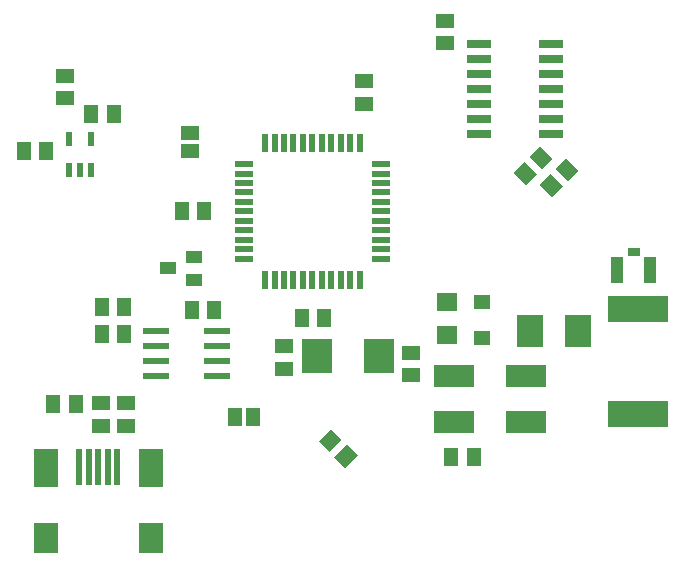
<source format=gbr>
G04 EAGLE Gerber X2 export*
%TF.Part,Single*%
%TF.FileFunction,Paste,Top*%
%TF.FilePolarity,Positive*%
%TF.GenerationSoftware,Autodesk,EAGLE,8.6.2*%
%TF.CreationDate,2018-02-22T14:22:40Z*%
G75*
%MOMM*%
%FSLAX34Y34*%
%LPD*%
%AMOC8*
5,1,8,0,0,1.08239X$1,22.5*%
G01*
%ADD10R,1.800000X1.600000*%
%ADD11R,1.400000X1.200000*%
%ADD12R,1.500000X0.500000*%
%ADD13R,0.500000X1.500000*%
%ADD14R,1.500000X1.300000*%
%ADD15R,1.300000X1.500000*%
%ADD16R,2.500000X3.000000*%
%ADD17R,2.000000X2.500000*%
%ADD18R,2.000000X3.300000*%
%ADD19R,0.500000X3.100000*%
%ADD20R,2.200000X0.600000*%
%ADD21R,2.032000X0.660400*%
%ADD22R,5.080000X2.286000*%
%ADD23R,1.168400X1.600200*%
%ADD24R,3.400000X1.900000*%
%ADD25R,1.050000X2.200000*%
%ADD26R,1.000000X0.800000*%
%ADD27R,1.600200X1.168400*%
%ADD28R,2.286000X2.794000*%
%ADD29R,1.400000X1.000000*%
%ADD30R,0.550000X1.200000*%


D10*
X403352Y201392D03*
X403352Y229392D03*
D11*
X432816Y228868D03*
X432816Y198868D03*
D12*
X231306Y346070D03*
X231306Y338070D03*
X231306Y330070D03*
X231306Y322070D03*
X231306Y314070D03*
X231306Y306070D03*
X231306Y298070D03*
X231306Y290070D03*
X231306Y282070D03*
X231306Y274070D03*
X231306Y266070D03*
D13*
X249306Y248070D03*
X257306Y248070D03*
X265306Y248070D03*
X273306Y248070D03*
X281306Y248070D03*
X289306Y248070D03*
X297306Y248070D03*
X305306Y248070D03*
X313306Y248070D03*
X321306Y248070D03*
X329306Y248070D03*
D12*
X347306Y266070D03*
X347306Y274070D03*
X347306Y282070D03*
X347306Y290070D03*
X347306Y298070D03*
X347306Y306070D03*
X347306Y314070D03*
X347306Y322070D03*
X347306Y330070D03*
X347306Y338070D03*
X347306Y346070D03*
D13*
X329306Y364070D03*
X321306Y364070D03*
X313306Y364070D03*
X305306Y364070D03*
X297306Y364070D03*
X289306Y364070D03*
X281306Y364070D03*
X273306Y364070D03*
X265306Y364070D03*
X257306Y364070D03*
X249306Y364070D03*
D14*
X265430Y172872D03*
X265430Y191872D03*
X372872Y167284D03*
X372872Y186284D03*
D15*
X280314Y215646D03*
X299314Y215646D03*
X178587Y306578D03*
X197587Y306578D03*
D16*
X293390Y183896D03*
X345690Y183896D03*
D17*
X152450Y29690D03*
X63450Y29690D03*
D18*
X152450Y88690D03*
X63450Y88690D03*
D19*
X91950Y89690D03*
X99950Y89690D03*
X107950Y89690D03*
X115950Y89690D03*
X123950Y89690D03*
D14*
X131572Y143612D03*
X131572Y124612D03*
X110236Y143612D03*
X110236Y124612D03*
D15*
X70002Y143256D03*
X89002Y143256D03*
D14*
X332994Y416154D03*
X332994Y397154D03*
D20*
X208880Y179070D03*
X156880Y179070D03*
X208880Y166370D03*
X208880Y191770D03*
X208880Y204470D03*
X156880Y166370D03*
X156880Y191770D03*
X156880Y204470D03*
D21*
X430022Y447802D03*
X491490Y447802D03*
X430022Y435102D03*
X430022Y422402D03*
X491490Y435102D03*
X491490Y422402D03*
X430022Y409702D03*
X491490Y409702D03*
X430022Y397002D03*
X430022Y384302D03*
X491490Y397002D03*
X491490Y384302D03*
X430022Y371602D03*
X491490Y371602D03*
D14*
X401574Y467208D03*
X401574Y448208D03*
D15*
G36*
X472815Y352103D02*
X482007Y361295D01*
X492613Y350689D01*
X483421Y341497D01*
X472815Y352103D01*
G37*
G36*
X459379Y338667D02*
X468571Y347859D01*
X479177Y337253D01*
X469985Y328061D01*
X459379Y338667D01*
G37*
G36*
X494913Y341943D02*
X504105Y351135D01*
X514711Y340529D01*
X505519Y331337D01*
X494913Y341943D01*
G37*
G36*
X481477Y328507D02*
X490669Y337699D01*
X501275Y327093D01*
X492083Y317901D01*
X481477Y328507D01*
G37*
D22*
X564896Y134874D03*
X564896Y223266D03*
D23*
X238760Y132080D03*
X223520Y132080D03*
D24*
X408940Y166820D03*
X408940Y127820D03*
X469900Y166820D03*
X469900Y127820D03*
D15*
G36*
X318575Y108591D02*
X327767Y99399D01*
X317161Y88793D01*
X307969Y97985D01*
X318575Y108591D01*
G37*
G36*
X305139Y122027D02*
X314331Y112835D01*
X303725Y102229D01*
X294533Y111421D01*
X305139Y122027D01*
G37*
X426060Y97790D03*
X407060Y97790D03*
D25*
X547590Y256540D03*
X575090Y256540D03*
D26*
X561340Y271790D03*
D27*
X185420Y356870D03*
X185420Y372110D03*
D28*
X473570Y204470D03*
X514490Y204470D03*
D29*
X188800Y248310D03*
X188800Y267310D03*
X166800Y257810D03*
D15*
X206350Y222250D03*
X187350Y222250D03*
D30*
X83210Y341330D03*
X92710Y341330D03*
X102210Y341330D03*
X102210Y367330D03*
X83210Y367330D03*
D15*
X45110Y356870D03*
X64110Y356870D03*
X102260Y388620D03*
X121260Y388620D03*
D14*
X80010Y401980D03*
X80010Y420980D03*
D15*
X130150Y224790D03*
X111150Y224790D03*
X111150Y201930D03*
X130150Y201930D03*
M02*

</source>
